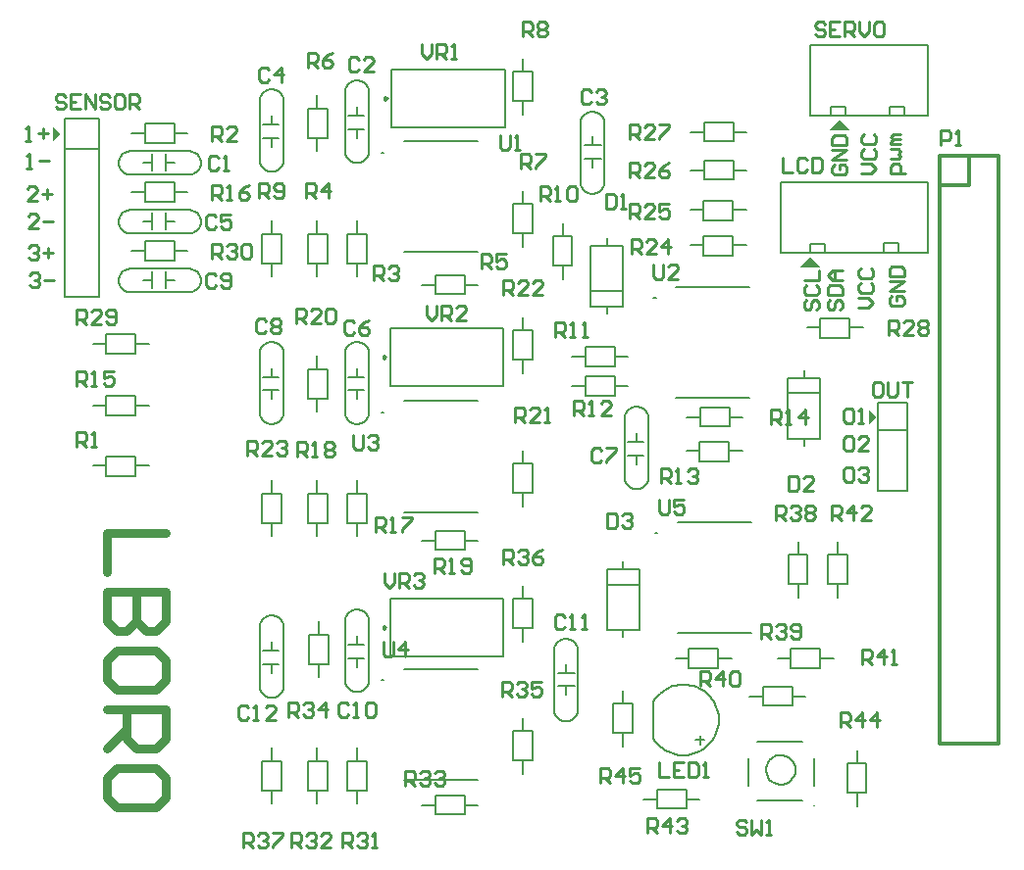
<source format=gto>
G04*
G04 #@! TF.GenerationSoftware,Altium Limited,Altium Designer,23.3.1 (30)*
G04*
G04 Layer_Color=65535*
%FSTAX25Y25*%
%MOIN*%
G70*
G04*
G04 #@! TF.SameCoordinates,9A05AFE5-7EB6-4EC5-A0C1-68252A558CAD*
G04*
G04*
G04 #@! TF.FilePolarity,Positive*
G04*
G01*
G75*
%ADD10C,0.00700*%
%ADD11C,0.00787*%
%ADD12C,0.00600*%
%ADD13C,0.00984*%
%ADD14C,0.00500*%
%ADD15C,0.01200*%
%ADD16C,0.01000*%
%ADD17C,0.03000*%
G36*
X00161Y02509D02*
X00136Y02534D01*
Y02484D01*
X00161Y02509D01*
D02*
G37*
G36*
X026745Y020555D02*
X027455D01*
X027105Y020905D01*
Y020915D01*
X026745Y020555D01*
D02*
G37*
G36*
X02934Y01545D02*
X02909Y0157D01*
Y0152D01*
X02934Y01545D01*
D02*
G37*
G36*
X027745Y025205D02*
X028455D01*
X028105Y025555D01*
Y025565D01*
X027745Y025205D01*
D02*
G37*
D10*
X0208Y0134D02*
X0208116Y0133043D01*
X0208458Y0132141D01*
X0209006Y0131348D01*
X0209728Y0130708D01*
X0210582Y013026D01*
X0211518Y0130029D01*
X0212482D01*
X0213418Y013026D01*
X0214272Y0130708D01*
X0214994Y0131348D01*
X0215542Y0132141D01*
X0215884Y0133043D01*
X0216Y0134D01*
Y0154D02*
X0215884Y0154957D01*
X0215542Y0155859D01*
X0214994Y0156652D01*
X0214272Y0157292D01*
X0213418Y015774D01*
X0212482Y0157971D01*
X0211518D01*
X0210582Y015774D01*
X0209728Y0157292D01*
X0209006Y0156652D01*
X0208458Y0155859D01*
X0208116Y0154957D01*
X0208Y0154D01*
X0084Y015615D02*
X0084116Y0155193D01*
X0084458Y0154291D01*
X0085006Y0153498D01*
X0085728Y0152858D01*
X0086582Y015241D01*
X0087518Y0152179D01*
X0088482D01*
X0089418Y015241D01*
X0090272Y0152858D01*
X0090994Y0153498D01*
X0091542Y0154291D01*
X0091884Y0155193D01*
X0092Y015615D01*
Y017615D02*
X0091884Y0177107D01*
X0091542Y0178009D01*
X0090994Y0178803D01*
X0090272Y0179442D01*
X0089418Y017989D01*
X0088482Y0180121D01*
X0087518D01*
X0086582Y017989D01*
X0085728Y0179442D01*
X0085006Y0178803D01*
X0084458Y0178009D01*
X0084116Y0177107D01*
X0084Y017615D01*
X0113Y0065D02*
X0113116Y0064043D01*
X0113458Y0063141D01*
X0114006Y0062348D01*
X0114728Y0061708D01*
X0115582Y006126D01*
X0116518Y0061029D01*
X0117482D01*
X0118418Y006126D01*
X0119272Y0061708D01*
X0119994Y0062348D01*
X0120542Y0063141D01*
X0120884Y0064043D01*
X0121Y0065D01*
Y0085D02*
X0120884Y0085957D01*
X0120542Y0086859D01*
X0119994Y0087652D01*
X0119272Y0088292D01*
X0118418Y008874D01*
X0117482Y0088971D01*
X0116518D01*
X0115582Y008874D01*
X0114728Y0088292D01*
X0114006Y0087652D01*
X0113458Y0086859D01*
X0113116Y0085957D01*
X0113Y0085D01*
X0084Y0063D02*
X0084116Y0062043D01*
X0084458Y0061141D01*
X0085006Y0060347D01*
X0085728Y0059708D01*
X0086582Y005926D01*
X0087518Y0059029D01*
X0088482D01*
X0089418Y005926D01*
X0090272Y0059708D01*
X0090994Y0060347D01*
X0091542Y0061141D01*
X0091884Y0062043D01*
X0092Y0063D01*
Y0083D02*
X0091884Y0083957D01*
X0091542Y0084859D01*
X0090994Y0085653D01*
X0090272Y0086292D01*
X0089418Y008674D01*
X0088482Y0086971D01*
X0087518D01*
X0086582Y008674D01*
X0085728Y0086292D01*
X0085006Y0085653D01*
X0084458Y0084859D01*
X0084116Y0083957D01*
X0084Y0083D01*
X0217649Y0045429D02*
X0218188Y0044592D01*
X0218795Y0043802D01*
X0219465Y0043065D01*
X0220193Y0042386D01*
X0220976Y004177D01*
X0221807Y0041222D01*
X022268Y0040744D01*
X022359Y0040339D01*
X0224531Y0040012D01*
X0225495Y0039764D01*
X0226477Y0039597D01*
X0227469Y0039512D01*
X0228465Y0039509D01*
X0229458Y0039589D01*
X023044Y0039751D01*
X0231406Y0039994D01*
X0232348Y0040315D01*
X023326Y0040714D01*
X0234137Y0041188D01*
X023497Y0041732D01*
X0235756Y0042344D01*
X0236489Y0043018D01*
X0237163Y0043751D01*
X0237774Y0044538D01*
X0238317Y0045372D01*
X023879Y0046249D01*
X0239188Y0047161D01*
X0239509Y0048104D01*
X0239751Y004907D01*
X0239912Y0050052D01*
X0239991Y0051045D01*
X0239988Y0052041D01*
X0239902Y0053033D01*
X0239734Y0054014D01*
X0239485Y0054979D01*
X0239157Y0055919D01*
X0238752Y0056829D01*
X0238273Y0057702D01*
X0237723Y0058532D01*
X0237107Y0059314D01*
X0236428Y0060042D01*
X023569Y0060712D01*
X02349Y0061318D01*
X0234062Y0061856D01*
X0233183Y0062323D01*
X0232268Y0062715D01*
X0231323Y0063031D01*
X0230356Y0063266D01*
X0229372Y0063421D01*
X0228379Y0063494D01*
X0227383Y0063484D01*
X0226392Y0063392D01*
X0225411Y0063217D01*
X0224449Y0062962D01*
X022351Y0062629D01*
X0222603Y0062218D01*
X0221733Y0061734D01*
X0220906Y0061179D01*
X0220128Y0060557D01*
X0219404Y0059873D01*
X021874Y0059132D01*
X0218139Y0058338D01*
X0217606Y0057497D01*
X0201Y02545D02*
X0200884Y0255457D01*
X0200542Y0256359D01*
X0199994Y0257153D01*
X0199272Y0257792D01*
X0198418Y025824D01*
X0197482Y0258471D01*
X0196518D01*
X0195582Y025824D01*
X0194728Y0257792D01*
X0194006Y0257153D01*
X0193458Y0256359D01*
X0193116Y0255457D01*
X0193Y02545D01*
Y02345D02*
X0193116Y0233543D01*
X0193458Y0232641D01*
X0194006Y0231848D01*
X0194728Y0231208D01*
X0195582Y023076D01*
X0196518Y0230529D01*
X0197482D01*
X0198418Y023076D01*
X0199272Y0231208D01*
X0199994Y0231848D01*
X0200542Y0232641D01*
X0200884Y0233543D01*
X0201Y02345D01*
X0113Y0245D02*
X0113116Y0244043D01*
X0113458Y0243141D01*
X0114006Y0242348D01*
X0114728Y0241708D01*
X0115582Y024126D01*
X0116518Y0241029D01*
X0117482D01*
X0118418Y024126D01*
X0119272Y0241708D01*
X0119994Y0242348D01*
X0120542Y0243141D01*
X0120884Y0244043D01*
X0121Y0245D01*
Y0265D02*
X0120884Y0265957D01*
X0120542Y0266859D01*
X0119994Y0267653D01*
X0119272Y0268292D01*
X0118418Y026874D01*
X0117482Y0268971D01*
X0116518D01*
X0115582Y026874D01*
X0114728Y0268292D01*
X0114006Y0267653D01*
X0113458Y0266859D01*
X0113116Y0265957D01*
X0113Y0265D01*
X0084Y0242D02*
X0084116Y0241043D01*
X0084458Y0240141D01*
X0085006Y0239348D01*
X0085728Y0238708D01*
X0086582Y023826D01*
X0087518Y0238029D01*
X0088482D01*
X0089418Y023826D01*
X0090272Y0238708D01*
X0090994Y0239348D01*
X0091542Y0240141D01*
X0091884Y0241043D01*
X0092Y0242D01*
Y0262D02*
X0091884Y0262957D01*
X0091542Y0263859D01*
X0090994Y0264652D01*
X0090272Y0265292D01*
X0089418Y026574D01*
X0088482Y0265971D01*
X0087518D01*
X0086582Y026574D01*
X0085728Y0265292D01*
X0085006Y0264652D01*
X0084458Y0263859D01*
X0084116Y0262957D01*
X0084Y0262D01*
X0121Y017615D02*
X0120884Y0177107D01*
X0120542Y0178009D01*
X0119994Y0178803D01*
X0119272Y0179442D01*
X0118418Y017989D01*
X0117482Y0180121D01*
X0116518D01*
X0115582Y017989D01*
X0114728Y0179442D01*
X0114006Y0178803D01*
X0113458Y0178009D01*
X0113116Y0177107D01*
X0113Y017615D01*
Y015615D02*
X0113116Y0155193D01*
X0113458Y0154291D01*
X0114006Y0153498D01*
X0114728Y0152858D01*
X0115582Y015241D01*
X0116518Y0152179D01*
X0117482D01*
X0118418Y015241D01*
X0119272Y0152858D01*
X0119994Y0153498D01*
X0120542Y0154291D01*
X0120884Y0155193D01*
X0121Y015615D01*
X006Y0197D02*
X0060957Y0197116D01*
X0061859Y0197458D01*
X0062652Y0198006D01*
X0063292Y0198728D01*
X006374Y0199582D01*
X0063971Y0200518D01*
Y0201482D01*
X006374Y0202418D01*
X0063292Y0203272D01*
X0062652Y0203994D01*
X0061859Y0204542D01*
X0060957Y0204884D01*
X006Y0205D01*
X004D02*
X0039043Y0204884D01*
X0038141Y0204542D01*
X0037347Y0203994D01*
X0036708Y0203272D01*
X003626Y0202418D01*
X0036029Y0201482D01*
Y0200518D01*
X003626Y0199582D01*
X0036708Y0198728D01*
X0037347Y0198006D01*
X0038141Y0197458D01*
X0039043Y0197116D01*
X004Y0197D01*
X006Y0217D02*
X0060957Y0217116D01*
X0061859Y0217458D01*
X0062652Y0218006D01*
X0063292Y0218728D01*
X006374Y0219582D01*
X0063971Y0220518D01*
Y0221482D01*
X006374Y0222418D01*
X0063292Y0223272D01*
X0062652Y0223994D01*
X0061859Y0224542D01*
X0060957Y0224884D01*
X006Y0225D01*
X004D02*
X0039043Y0224884D01*
X0038141Y0224542D01*
X0037347Y0223994D01*
X0036708Y0223272D01*
X003626Y0222418D01*
X0036029Y0221482D01*
Y0220518D01*
X003626Y0219582D01*
X0036708Y0218728D01*
X0037347Y0218006D01*
X0038141Y0217458D01*
X0039043Y0217116D01*
X004Y0217D01*
X006Y0237D02*
X0060957Y0237116D01*
X0061859Y0237458D01*
X0062652Y0238006D01*
X0063292Y0238728D01*
X006374Y0239582D01*
X0063971Y0240518D01*
Y0241482D01*
X006374Y0242418D01*
X0063292Y0243272D01*
X0062652Y0243994D01*
X0061859Y0244542D01*
X0060957Y0244884D01*
X006Y0245D01*
X004D02*
X0039043Y0244884D01*
X0038141Y0244542D01*
X0037347Y0243994D01*
X0036708Y0243272D01*
X003626Y0242418D01*
X0036029Y0241482D01*
Y0240518D01*
X003626Y0239582D01*
X0036708Y0238728D01*
X0037347Y0238006D01*
X0038141Y0237458D01*
X0039043Y0237116D01*
X004Y0237D01*
X0184Y0055D02*
X0184116Y0054043D01*
X0184458Y0053141D01*
X0185006Y0052347D01*
X0185728Y0051708D01*
X0186582Y005126D01*
X0187518Y0051029D01*
X0188482D01*
X0189418Y005126D01*
X0190272Y0051708D01*
X0190994Y0052347D01*
X0191542Y0053141D01*
X0191884Y0054043D01*
X0192Y0055D01*
Y0075D02*
X0191884Y0075957D01*
X0191542Y0076859D01*
X0190994Y0077653D01*
X0190272Y0078292D01*
X0189418Y007874D01*
X0188482Y0078971D01*
X0187518D01*
X0186582Y007874D01*
X0185728Y0078292D01*
X0185006Y0077653D01*
X0184458Y0076859D01*
X0184116Y0075957D01*
X0184Y0075D01*
X03031Y0257D02*
Y026D01*
X02981D02*
X03031D01*
X02981Y0257D02*
Y026D01*
X02832Y02571D02*
Y02601D01*
X02782D02*
X02832D01*
X02782Y02571D02*
Y02601D01*
X0311Y0267D02*
Y0281D01*
X0271Y0257D02*
Y0281D01*
Y0257D02*
X0311D01*
Y0267D01*
X0271Y0281D02*
X0311D01*
X0208Y0134D02*
Y0154D01*
X0216Y0134D02*
Y0154D01*
X0209Y01415D02*
X02145D01*
X0209Y0146D02*
X02145D01*
X0212Y01385D02*
Y01415D01*
Y0146D02*
Y0149D01*
X01735Y01695D02*
Y01742D01*
X01767D02*
Y01842D01*
X01701Y01742D02*
Y01842D01*
X01767D01*
X01701Y01742D02*
X01767D01*
X01735Y01845D02*
Y01885D01*
X0088Y012845D02*
Y013315D01*
X00848Y011845D02*
Y012845D01*
X00914Y011845D02*
Y012845D01*
X00848Y011845D02*
X00914D01*
X00848Y012845D02*
X00914D01*
X0088Y011415D02*
Y011815D01*
X0084Y015615D02*
Y017615D01*
X0092Y015615D02*
Y017615D01*
X0085Y016365D02*
X00905D01*
X0085Y016815D02*
X00905D01*
X0088Y016065D02*
Y016365D01*
Y016815D02*
Y017115D01*
X01035Y01708D02*
Y01755D01*
X01003Y01608D02*
Y01708D01*
X01069Y01608D02*
Y01708D01*
X01003Y01608D02*
X01069D01*
X01003Y01708D02*
X01069D01*
X01035Y01565D02*
Y01605D01*
Y00373D02*
Y0042D01*
X01003Y00273D02*
Y00373D01*
X01069Y00273D02*
Y00373D01*
X01003Y00273D02*
X01069D01*
X01003Y00373D02*
X01069D01*
X01035Y0023D02*
Y0027D01*
X0088Y00373D02*
Y0042D01*
X00848Y00273D02*
Y00373D01*
X00914Y00273D02*
Y00373D01*
X00848Y00273D02*
X00914D01*
X00848Y00373D02*
X00914D01*
X0088Y0023D02*
Y0027D01*
X0113Y0065D02*
Y0085D01*
X0121Y0065D02*
Y0085D01*
X0114Y00725D02*
X01195D01*
X0114Y0077D02*
X01195D01*
X0117Y00695D02*
Y00725D01*
Y0077D02*
Y008D01*
X0084Y0063D02*
Y0083D01*
X0092Y0063D02*
Y0083D01*
X0085Y00705D02*
X00905D01*
X0085Y0075D02*
X00905D01*
X0088Y00675D02*
Y00705D01*
Y0075D02*
Y0078D01*
X0104Y00803D02*
Y0085D01*
X01008Y00703D02*
Y00803D01*
X01074Y00703D02*
Y00803D01*
X01008Y00703D02*
X01074D01*
X01008Y00803D02*
X01074D01*
X0104Y0066D02*
Y007D01*
X01735Y0078D02*
Y00827D01*
X01767D02*
Y00927D01*
X01701Y00827D02*
Y00927D01*
X01767D01*
X01701Y00827D02*
X01767D01*
X01735Y0093D02*
Y0097D01*
Y0033D02*
Y00377D01*
X01767D02*
Y00477D01*
X01701Y00377D02*
Y00477D01*
X01767D01*
X01701Y00377D02*
X01767D01*
X01735Y0048D02*
Y0052D01*
X025037Y00595D02*
X025507D01*
Y00563D02*
X026507D01*
X025507Y00629D02*
X026507D01*
Y00563D02*
Y00629D01*
X025507Y00563D02*
Y00629D01*
X026537Y00595D02*
X026937D01*
X023967Y00725D02*
X024437D01*
X022967Y00757D02*
X023967D01*
X022967Y00691D02*
X023967D01*
X022967D02*
Y00757D01*
X023967Y00691D02*
Y00757D01*
X022537Y00725D02*
X022937D01*
X02075Y00425D02*
Y00472D01*
X02107D02*
Y00572D01*
X02041Y00472D02*
Y00572D01*
X02107D01*
X02041Y00472D02*
X02107D01*
X02075Y00575D02*
Y00615D01*
X02145Y00245D02*
X02192D01*
Y00213D02*
X02292D01*
X02192Y00279D02*
X02292D01*
Y00213D02*
Y00279D01*
X02192Y00213D02*
Y00279D01*
X02295Y00245D02*
X02335D01*
X02176Y00455D02*
Y00574D01*
X02321Y00447D02*
X02351D01*
X02336Y00432D02*
Y0046D01*
X02724Y00225D02*
X02725Y00226D01*
X0287Y0022D02*
Y00267D01*
X02902D02*
Y00367D01*
X02836Y00267D02*
Y00367D01*
X02902D01*
X02836Y00267D02*
X02902D01*
X0287Y0037D02*
Y0041D01*
X0267Y0093D02*
Y00977D01*
X02702D02*
Y01077D01*
X02636Y00977D02*
Y01077D01*
X02702D01*
X02636Y00977D02*
X02702D01*
X0267Y0108D02*
Y0112D01*
X02805Y0093D02*
Y00977D01*
X02837D02*
Y01077D01*
X02771Y00977D02*
Y01077D01*
X02837D01*
X02771Y00977D02*
X02837D01*
X02805Y0108D02*
Y0112D01*
X0294Y01295D02*
Y01595D01*
X0304D01*
Y01295D02*
Y01595D01*
X0294Y01295D02*
X0304D01*
X0294Y015D02*
X03039D01*
X02305Y02515D02*
X02352D01*
Y02483D02*
X02452D01*
X02352Y02549D02*
X02452D01*
Y02483D02*
Y02549D01*
X02352Y02483D02*
Y02549D01*
X02455Y02515D02*
X02495D01*
X02305Y02385D02*
X02352D01*
Y02353D02*
X02452D01*
X02352Y02419D02*
X02452D01*
Y02353D02*
Y02419D01*
X02352Y02353D02*
Y02419D01*
X02455Y02385D02*
X02495D01*
X02448Y0225D02*
X02495D01*
X02348Y02282D02*
X02448D01*
X02348Y02216D02*
X02448D01*
X02348D02*
Y02282D01*
X02448Y02216D02*
Y02282D01*
X02305Y0225D02*
X02345D01*
X02448Y0213D02*
X02495D01*
X02348Y02162D02*
X02448D01*
X02348Y02096D02*
X02448D01*
X02348D02*
Y02162D01*
X02448Y02096D02*
Y02162D01*
X02305Y0213D02*
X02345D01*
X0201Y02345D02*
Y02545D01*
X0193Y02345D02*
Y02545D01*
X01945Y0247D02*
X02D01*
X01945Y02425D02*
X02D01*
X0197Y0247D02*
Y025D01*
Y02395D02*
Y02425D01*
X0187Y02015D02*
Y02062D01*
X01902D02*
Y02162D01*
X01836Y02062D02*
Y02162D01*
X01902D01*
X01836Y02062D02*
X01902D01*
X0187Y02165D02*
Y02205D01*
X01735Y02125D02*
Y02172D01*
X01767D02*
Y02272D01*
X01701Y02172D02*
Y02272D01*
X01767D01*
X01701Y02172D02*
X01767D01*
X01735Y02275D02*
Y02315D01*
X0088Y02168D02*
Y02215D01*
X00848Y02068D02*
Y02168D01*
X00914Y02068D02*
Y02168D01*
X00848Y02068D02*
X00914D01*
X00848Y02168D02*
X00914D01*
X0088Y02025D02*
Y02065D01*
X01735Y02575D02*
Y02622D01*
X01767D02*
Y02722D01*
X01701Y02622D02*
Y02722D01*
X01767D01*
X01701Y02622D02*
X01767D01*
X01735Y02725D02*
Y02765D01*
X0113Y0245D02*
Y0265D01*
X0121Y0245D02*
Y0265D01*
X0114Y02525D02*
X01195D01*
X0114Y0257D02*
X01195D01*
X0117Y02495D02*
Y02525D01*
Y0257D02*
Y026D01*
X0084Y0242D02*
Y0262D01*
X0092Y0242D02*
Y0262D01*
X0085Y02495D02*
X00905D01*
X0085Y0254D02*
X00905D01*
X0088Y02465D02*
Y02495D01*
Y0254D02*
Y0257D01*
X0301Y02107D02*
Y02137D01*
X0296D02*
X0301D01*
X0296Y02107D02*
Y02137D01*
X02762Y02105D02*
Y02135D01*
X02712D02*
X02762D01*
X02712Y02105D02*
Y02135D01*
X0261Y02345D02*
X0311D01*
Y02105D02*
Y02205D01*
X0261Y02105D02*
X0311D01*
X0261D02*
Y02345D01*
X0311Y02205D02*
Y02345D01*
X027Y0185D02*
X0274D01*
X02843Y01816D02*
Y01882D01*
X02743Y01816D02*
Y01882D01*
Y01816D02*
X02843D01*
X02743Y01882D02*
X02843D01*
Y0185D02*
X0289D01*
X00275Y0138D02*
X00315D01*
X00418Y01346D02*
Y01412D01*
X00318Y01346D02*
Y01412D01*
Y01346D02*
X00418D01*
X00318Y01412D02*
X00418D01*
Y0138D02*
X00465D01*
X00178Y02459D02*
X00291D01*
X00293Y01954D02*
Y0256D01*
X00178Y01954D02*
Y0256D01*
X00293D01*
X00178Y01954D02*
X00293D01*
X0117Y0023D02*
Y0027D01*
X01138Y00373D02*
X01204D01*
X01138Y00273D02*
X01204D01*
Y00373D01*
X01138Y00273D02*
Y00373D01*
X0117D02*
Y0042D01*
X0229Y0143D02*
X0233D01*
X02433Y01396D02*
Y01462D01*
X02333Y01396D02*
Y01462D01*
Y01396D02*
X02433D01*
X02333Y01462D02*
X02433D01*
Y0143D02*
X0248D01*
X01035Y011415D02*
Y011815D01*
X01003Y012845D02*
X01069D01*
X01003Y011845D02*
X01069D01*
Y012845D01*
X01003Y011845D02*
Y012845D01*
X01035D02*
Y013315D01*
X015413Y01125D02*
X015813D01*
X014383Y01093D02*
Y01159D01*
X015383Y01093D02*
Y01159D01*
X014383D02*
X015383D01*
X014383Y01093D02*
X015383D01*
X013913Y01125D02*
X014383D01*
X0244Y01545D02*
X0248D01*
X02337Y01513D02*
Y01579D01*
X02437Y01513D02*
Y01579D01*
X02337D02*
X02437D01*
X02337Y01513D02*
X02437D01*
X0229Y01545D02*
X02337D01*
X0205Y0165D02*
X0209D01*
X01947Y01618D02*
Y01684D01*
X02047Y01618D02*
Y01684D01*
X01947D02*
X02047D01*
X01947Y01618D02*
X02047D01*
X019Y0165D02*
X01947D01*
X0205Y0175D02*
X0209D01*
X01947Y01718D02*
Y01784D01*
X02047Y01718D02*
Y01784D01*
X01947D02*
X02047D01*
X01947Y01718D02*
X02047D01*
X019Y0175D02*
X01947D01*
X0117Y011415D02*
Y011815D01*
X01138Y012845D02*
X01204D01*
X01138Y011845D02*
X01204D01*
Y012845D01*
X01138Y011845D02*
Y012845D01*
X0117D02*
Y013315D01*
Y016815D02*
Y017115D01*
Y016065D02*
Y016365D01*
X0114Y016815D02*
X01195D01*
X0114Y016365D02*
X01195D01*
X0121Y015615D02*
Y017615D01*
X0113Y015615D02*
Y017615D01*
X01035Y0245D02*
Y0249D01*
X01003Y02593D02*
X01069D01*
X01003Y02493D02*
X01069D01*
Y02593D01*
X01003Y02493D02*
Y02593D01*
X01035D02*
Y0264D01*
X015413Y01995D02*
X015813D01*
X014383Y01963D02*
Y02029D01*
X015383Y01963D02*
Y02029D01*
X014383D02*
X015383D01*
X014383Y01963D02*
X015383D01*
X013913Y01995D02*
X014383D01*
X01035Y02025D02*
Y02065D01*
X01003Y02168D02*
X01069D01*
X01003Y02068D02*
X01069D01*
Y02168D01*
X01003Y02068D02*
Y02168D01*
X01035D02*
Y02215D01*
X0117Y02025D02*
Y02065D01*
X01138Y02168D02*
X01204D01*
X01138Y02068D02*
X01204D01*
Y02168D01*
X01138Y02068D02*
Y02168D01*
X0117D02*
Y02215D01*
X0052Y0201D02*
X0055D01*
X00445D02*
X00475D01*
X0052Y01985D02*
Y0204D01*
X00475Y01985D02*
Y0204D01*
X004Y0197D02*
X006D01*
X004Y0205D02*
X006D01*
X0052Y0221D02*
X0055D01*
X00445D02*
X00475D01*
X0052Y02185D02*
Y0224D01*
X00475Y02185D02*
Y0224D01*
X004Y0217D02*
X006D01*
X004Y0225D02*
X006D01*
X00555Y0211D02*
X00595D01*
X00452Y02078D02*
Y02144D01*
X00552Y02078D02*
Y02144D01*
X00452D02*
X00552D01*
X00452Y02078D02*
X00552D01*
X00405Y0211D02*
X00452D01*
X00555Y0231D02*
X00595D01*
X00452Y02278D02*
Y02344D01*
X00552Y02278D02*
Y02344D01*
X00452D02*
X00552D01*
X00452Y02278D02*
X00552D01*
X00405Y0231D02*
X00452D01*
X0052Y0241D02*
X0055D01*
X00445D02*
X00475D01*
X0052Y02385D02*
Y0244D01*
X00475Y02385D02*
Y0244D01*
X004Y0237D02*
X006D01*
X004Y0245D02*
X006D01*
X00555Y0251D02*
X00595D01*
X00452Y02478D02*
Y02544D01*
X00552Y02478D02*
Y02544D01*
X00452D02*
X00552D01*
X00452Y02478D02*
X00552D01*
X00405Y0251D02*
X00452D01*
X01735Y013915D02*
Y014315D01*
X01701Y012885D02*
X01767D01*
X01701Y013885D02*
X01767D01*
X01701Y012885D02*
Y013885D01*
X01767Y012885D02*
Y013885D01*
X01735Y012415D02*
Y012885D01*
X00275Y01585D02*
X00315D01*
X00418Y01551D02*
Y01617D01*
X00318Y01551D02*
Y01617D01*
Y01551D02*
X00418D01*
X00318Y01617D02*
X00418D01*
Y01585D02*
X00465D01*
X0188Y006D02*
Y0063D01*
Y00675D02*
Y00705D01*
X01855Y0063D02*
X0191D01*
X01855Y00675D02*
X0191D01*
X0184Y0055D02*
Y0075D01*
X0192Y0055D02*
Y0075D01*
X015413Y00225D02*
X015813D01*
X014383Y00193D02*
Y00259D01*
X015383Y00193D02*
Y00259D01*
X014383D02*
X015383D01*
X014383Y00193D02*
X015383D01*
X013913Y00225D02*
X014383D01*
X00275Y01795D02*
X00315D01*
X00418Y01761D02*
Y01827D01*
X00318Y01761D02*
Y01827D01*
Y01761D02*
X00418D01*
X00318Y01827D02*
X00418D01*
Y01795D02*
X00465D01*
X026Y00725D02*
X0264D01*
X02743Y00691D02*
Y00757D01*
X02643Y00691D02*
Y00757D01*
Y00691D02*
X02743D01*
X02643Y00757D02*
X02743D01*
Y00725D02*
X0279D01*
D11*
X0219071Y0115D02*
X0218284D01*
X0219071D01*
X0218571Y0195D02*
X0217783D01*
X0218571D01*
X0126071Y0065D02*
X0125284D01*
X0126071D01*
Y015615D02*
X0125284D01*
X0126071D01*
Y02445D02*
X0125284D01*
X0126071D01*
X0263764Y0162618D02*
X0274236D01*
X0269Y0144646D02*
Y0147264D01*
Y0167736D02*
Y0170354D01*
X0263488Y0167736D02*
X0274512D01*
X0263488Y0147264D02*
Y0167736D01*
Y0147264D02*
X0274512D01*
Y0167736D01*
X0196764Y0197362D02*
X0207236D01*
X0202Y0212717D02*
Y0215335D01*
Y0189626D02*
Y0192244D01*
X0196488D02*
X0207512D01*
Y0212717D01*
X0196488D02*
X0207512D01*
X0196488Y0192244D02*
Y0212717D01*
X0167252Y0253256D02*
Y0272783D01*
X0128748Y0253256D02*
X0167252D01*
X0128748D02*
Y0272783D01*
X0167252D01*
X0128248Y0092783D02*
X0166752D01*
X0128248Y0073256D02*
Y0092783D01*
Y0073256D02*
X0166752D01*
Y0092783D01*
X0128248Y0184783D02*
X0166752D01*
X0128248Y0165256D02*
Y0184783D01*
Y0165256D02*
X0166752D01*
Y0184783D01*
X0213012Y0082244D02*
Y0102717D01*
X0201988Y0082244D02*
X0213012D01*
X0201988D02*
Y0102717D01*
X0213012D01*
X02075D02*
Y0105335D01*
Y0079626D02*
Y0082244D01*
X0202264Y0097598D02*
X0212736D01*
D12*
X0266Y00345D02*
X0265898Y0035506D01*
X0265595Y0036472D01*
X0265104Y0037356D01*
X0264445Y0038124D01*
X0263645Y0038743D01*
X0262737Y0039189D01*
X0261757Y0039442D01*
X0260747Y0039494D01*
X0259747Y003934D01*
X0258798Y0038989D01*
X025794Y0038454D01*
X0257206Y0037757D01*
X0256628Y0036926D01*
X0256229Y0035997D01*
X0256026Y0035006D01*
Y0033994D01*
X0256229Y0033003D01*
X0256628Y0032074D01*
X0257206Y0031243D01*
X025794Y0030546D01*
X0258798Y0030011D01*
X0259747Y002966D01*
X0260747Y0029506D01*
X0261757Y0029558D01*
X0262737Y0029811D01*
X0263645Y0030257D01*
X0264445Y0030876D01*
X0265104Y0031644D01*
X0265595Y0032528D01*
X0265898Y0033494D01*
X0266Y00345D01*
X025Y0029D02*
Y00385D01*
X02531Y0024D02*
X02685D01*
X02725Y0029D02*
Y00385D01*
X0253Y0044D02*
X02685D01*
D13*
X0127232Y0263D02*
X0126494Y0263426D01*
Y0262574D01*
X0127232Y0263D01*
X0126732Y0083D02*
X0125994Y0083426D01*
Y0082574D01*
X0126732Y0083D01*
Y0175D02*
X0125994Y0175426D01*
Y0174574D01*
X0126732Y0175D01*
D14*
X0226Y0118878D02*
X0251D01*
X0226Y0081122D02*
X0251D01*
X02255Y0198878D02*
X02505D01*
X02255Y0161122D02*
X02505D01*
X0133Y0031122D02*
X0158D01*
X0133Y0068878D02*
X0158D01*
X0133Y0122272D02*
X0158D01*
X0133Y0160028D02*
X0158D01*
X0133Y0210622D02*
X0158D01*
X0133Y0248378D02*
X0158D01*
D15*
X0315Y02435D02*
X0335D01*
X0315Y00435D02*
Y02435D01*
Y00435D02*
X0335D01*
Y02435D01*
X0325Y02335D02*
Y02435D01*
X0315Y02335D02*
X0325D01*
D16*
X0284999Y0137498D02*
X0283333D01*
X02825Y0136665D01*
Y0133333D01*
X0283333Y01325D01*
X0284999D01*
X0285832Y0133333D01*
Y0136665D01*
X0284999Y0137498D01*
X0287498Y0136665D02*
X0288331Y0137498D01*
X0289998D01*
X0290831Y0136665D01*
Y0135832D01*
X0289998Y0134999D01*
X0289164D01*
X0289998D01*
X0290831Y0134166D01*
Y0133333D01*
X0289998Y01325D01*
X0288331D01*
X0287498Y0133333D01*
X0284999Y0147998D02*
X0283333D01*
X02825Y0147165D01*
Y0143833D01*
X0283333Y0143D01*
X0284999D01*
X0285832Y0143833D01*
Y0147165D01*
X0284999Y0147998D01*
X0290831Y0143D02*
X0287498D01*
X0290831Y0146332D01*
Y0147165D01*
X0289998Y0147998D01*
X0288331D01*
X0287498Y0147165D01*
X0284999Y0157498D02*
X0283333D01*
X02825Y0156665D01*
Y0153333D01*
X0283333Y01525D01*
X0284999D01*
X0285832Y0153333D01*
Y0156665D01*
X0284999Y0157498D01*
X0287498Y01525D02*
X0289164D01*
X0288331D01*
Y0157498D01*
X0287498Y0156665D01*
X0298855Y019573D02*
X0298022Y0194897D01*
Y0193231D01*
X0298855Y0192398D01*
X0302187D01*
X030302Y0193231D01*
Y0194897D01*
X0302187Y019573D01*
X0300521D01*
Y0194064D01*
X030302Y0197396D02*
X0298022D01*
X030302Y0200729D01*
X0298022D01*
Y0202395D02*
X030302D01*
Y0204894D01*
X0302187Y0205727D01*
X0298855D01*
X0298022Y0204894D01*
Y0202395D01*
X0287522Y0191898D02*
X0290854D01*
X029252Y0193564D01*
X0290854Y019523D01*
X0287522D01*
X0288355Y0200229D02*
X0287522Y0199396D01*
Y0197729D01*
X0288355Y0196896D01*
X0291687D01*
X029252Y0197729D01*
Y0199396D01*
X0291687Y0200229D01*
X0288355Y0205227D02*
X0287522Y0204394D01*
Y0202728D01*
X0288355Y0201895D01*
X0291687D01*
X029252Y0202728D01*
Y0204394D01*
X0291687Y0205227D01*
X0277835Y0194332D02*
X0277002Y0193499D01*
Y0191833D01*
X0277835Y0191D01*
X0278668D01*
X0279501Y0191833D01*
Y0193499D01*
X0280334Y0194332D01*
X0281167D01*
X0282Y0193499D01*
Y0191833D01*
X0281167Y0191D01*
X0277002Y0195998D02*
X0282D01*
Y0198498D01*
X0281167Y0199331D01*
X0277835D01*
X0277002Y0198498D01*
Y0195998D01*
X0282Y0200997D02*
X0278668D01*
X0277002Y0202663D01*
X0278668Y0204329D01*
X0282D01*
X0279501D01*
Y0200997D01*
X0269835Y0194332D02*
X0269002Y0193499D01*
Y0191833D01*
X0269835Y0191D01*
X0270668D01*
X0271501Y0191833D01*
Y0193499D01*
X0272334Y0194332D01*
X0273167D01*
X0274Y0193499D01*
Y0191833D01*
X0273167Y0191D01*
X0269835Y0199331D02*
X0269002Y0198498D01*
Y0196831D01*
X0269835Y0195998D01*
X0273167D01*
X0274Y0196831D01*
Y0198498D01*
X0273167Y0199331D01*
X0269002Y0200997D02*
X0274D01*
Y0204329D01*
X030352Y0237398D02*
X0298522D01*
Y0239897D01*
X0299355Y024073D01*
X0301021D01*
X0301854Y0239897D01*
Y0237398D01*
X0298522Y0242396D02*
X0301021D01*
X0301854Y0243229D01*
X0301021Y0244062D01*
X0301854Y0244896D01*
X0301021Y0245729D01*
X0298522D01*
X0301854Y0247395D02*
X0298522D01*
Y0248228D01*
X0299355Y0249061D01*
X0301854D01*
X0299355D01*
X0298522Y0249894D01*
X0299355Y0250727D01*
X0301854D01*
X0288522Y0237398D02*
X0291854D01*
X029352Y0239064D01*
X0291854Y024073D01*
X0288522D01*
X0289355Y0245729D02*
X0288522Y0244896D01*
Y0243229D01*
X0289355Y0242396D01*
X0292687D01*
X029352Y0243229D01*
Y0244896D01*
X0292687Y0245729D01*
X0289355Y0250727D02*
X0288522Y0249894D01*
Y0248228D01*
X0289355Y0247395D01*
X0292687D01*
X029352Y0248228D01*
Y0249894D01*
X0292687Y0250727D01*
X0279335Y0240332D02*
X0278502Y0239499D01*
Y0237833D01*
X0279335Y0237D01*
X0282667D01*
X02835Y0237833D01*
Y0239499D01*
X0282667Y0240332D01*
X0281001D01*
Y0238666D01*
X02835Y0241998D02*
X0278502D01*
X02835Y0245331D01*
X0278502D01*
Y0246997D02*
X02835D01*
Y0249496D01*
X0282667Y0250329D01*
X0279335D01*
X0278502Y0249496D01*
Y0246997D01*
X00055Y0212165D02*
X0006333Y0212998D01*
X0007999D01*
X0008832Y0212165D01*
Y0211332D01*
X0007999Y0210499D01*
X0007166D01*
X0007999D01*
X0008832Y0209666D01*
Y0208833D01*
X0007999Y0208D01*
X0006333D01*
X00055Y0208833D01*
X0010498Y0210499D02*
X0013831D01*
X0012165Y0212165D02*
Y0208833D01*
X0005822Y0202881D02*
X0006655Y0203714D01*
X0008321D01*
X0009155Y0202881D01*
Y0202048D01*
X0008321Y0201215D01*
X0007489D01*
X0008321D01*
X0009155Y0200382D01*
Y0199549D01*
X0008321Y0198716D01*
X0006655D01*
X0005822Y0199549D01*
X0010821Y0201215D02*
X0014153D01*
X0008332Y0228D02*
X0005D01*
X0008332Y0231332D01*
Y0232165D01*
X0007499Y0232998D01*
X0005833D01*
X0005Y0232165D01*
X0009998Y0230499D02*
X0013331D01*
X0011665Y0232165D02*
Y0228833D01*
X0008655Y0218716D02*
X0005322D01*
X0008655Y0222048D01*
Y0222881D01*
X0007822Y0223714D01*
X0006155D01*
X0005322Y0222881D01*
X0010321Y0221215D02*
X0013653D01*
X0004822Y0239216D02*
X0006488D01*
X0005655D01*
Y0244214D01*
X0004822Y0243381D01*
X0008988Y0241715D02*
X001232D01*
X00045Y02485D02*
X0006166D01*
X0005333D01*
Y0253498D01*
X00045Y0252665D01*
X0008665Y0250999D02*
X0011998D01*
X0010331Y0252665D02*
Y0249333D01*
X0276169Y0288166D02*
X0275336Y0288999D01*
X027367D01*
X0272837Y0288166D01*
Y0287333D01*
X027367Y02865D01*
X0275336D01*
X0276169Y0285667D01*
Y0284834D01*
X0275336Y0284001D01*
X027367D01*
X0272837Y0284834D01*
X0281168Y0288999D02*
X0277835D01*
Y0284001D01*
X0281168D01*
X0277835Y02865D02*
X0279502D01*
X0282834Y0284001D02*
Y0288999D01*
X0285333D01*
X0286166Y0288166D01*
Y02865D01*
X0285333Y0285667D01*
X0282834D01*
X02845D02*
X0286166Y0284001D01*
X0287832Y0288999D02*
Y0285667D01*
X0289498Y0284001D01*
X0291164Y0285667D01*
Y0288999D01*
X029533D02*
X0293664D01*
X0292831Y0288166D01*
Y0284834D01*
X0293664Y0284001D01*
X029533D01*
X0296163Y0284834D01*
Y0288166D01*
X029533Y0288999D01*
X02616Y0242798D02*
Y02378D01*
X0264932D01*
X0269931Y0241965D02*
X0269098Y0242798D01*
X0267431D01*
X0266598Y0241965D01*
Y0238633D01*
X0267431Y02378D01*
X0269098D01*
X0269931Y0238633D01*
X0271597Y0242798D02*
Y02378D01*
X0274096D01*
X0274929Y0238633D01*
Y0241965D01*
X0274096Y0242798D01*
X0271597D01*
X0017932Y0263565D02*
X0017099Y0264398D01*
X0015433D01*
X00146Y0263565D01*
Y0262732D01*
X0015433Y0261899D01*
X0017099D01*
X0017932Y0261066D01*
Y0260233D01*
X0017099Y02594D01*
X0015433D01*
X00146Y0260233D01*
X0022931Y0264398D02*
X0019598D01*
Y02594D01*
X0022931D01*
X0019598Y0261899D02*
X0021264D01*
X0024597Y02594D02*
Y0264398D01*
X0027929Y02594D01*
Y0264398D01*
X0032927Y0263565D02*
X0032094Y0264398D01*
X0030428D01*
X0029595Y0263565D01*
Y0262732D01*
X0030428Y0261899D01*
X0032094D01*
X0032927Y0261066D01*
Y0260233D01*
X0032094Y02594D01*
X0030428D01*
X0029595Y0260233D01*
X0037093Y0264398D02*
X0035427D01*
X0034593Y0263565D01*
Y0260233D01*
X0035427Y02594D01*
X0037093D01*
X0037926Y0260233D01*
Y0263565D01*
X0037093Y0264398D01*
X0039592Y02594D02*
Y0264398D01*
X0042091D01*
X0042924Y0263565D01*
Y0261899D01*
X0042091Y0261066D01*
X0039592D01*
X0041258D02*
X0042924Y02594D01*
X01263Y0101598D02*
Y0098266D01*
X0127966Y00966D01*
X0129632Y0098266D01*
Y0101598D01*
X0131298Y00966D02*
Y0101598D01*
X0133798D01*
X0134631Y0100765D01*
Y0099099D01*
X0133798Y0098266D01*
X0131298D01*
X0132965D02*
X0134631Y00966D01*
X0136297Y0100765D02*
X013713Y0101598D01*
X0138796D01*
X0139629Y0100765D01*
Y0099932D01*
X0138796Y0099099D01*
X0137963D01*
X0138796D01*
X0139629Y0098266D01*
Y0097433D01*
X0138796Y00966D01*
X013713D01*
X0136297Y0097433D01*
X0140835Y0192499D02*
Y0189167D01*
X0142502Y0187501D01*
X0144168Y0189167D01*
Y0192499D01*
X0145834Y0187501D02*
Y0192499D01*
X0148333D01*
X0149166Y0191666D01*
Y019D01*
X0148333Y0189167D01*
X0145834D01*
X01475D02*
X0149166Y0187501D01*
X0154165D02*
X0150832D01*
X0154165Y0190833D01*
Y0191666D01*
X0153331Y0192499D01*
X0151665D01*
X0150832Y0191666D01*
X0139169Y0281499D02*
Y0278167D01*
X0140835Y0276501D01*
X0142501Y0278167D01*
Y0281499D01*
X0144167Y0276501D02*
Y0281499D01*
X0146666D01*
X0147499Y0280666D01*
Y0279D01*
X0146666Y0278167D01*
X0144167D01*
X0145833D02*
X0147499Y0276501D01*
X0149165D02*
X0150831D01*
X0149998D01*
Y0281499D01*
X0149165Y0280666D01*
X0219835Y0126499D02*
Y0122334D01*
X0220668Y0121501D01*
X0222334D01*
X0223167Y0122334D01*
Y0126499D01*
X0228165D02*
X0224833D01*
Y0124D01*
X0226499Y0124833D01*
X0227332D01*
X0228165Y0124D01*
Y0122334D01*
X0227332Y0121501D01*
X0225666D01*
X0224833Y0122334D01*
X01259Y0077998D02*
Y0073833D01*
X0126733Y0073D01*
X0128399D01*
X0129232Y0073833D01*
Y0077998D01*
X0133398Y0073D02*
Y0077998D01*
X0130898Y0075499D01*
X0134231D01*
X0115835Y0148499D02*
Y0144334D01*
X0116668Y0143501D01*
X0118334D01*
X0119167Y0144334D01*
Y0148499D01*
X0120833Y0147666D02*
X0121666Y0148499D01*
X0123332D01*
X0124165Y0147666D01*
Y0146833D01*
X0123332Y0146D01*
X0122499D01*
X0123332D01*
X0124165Y0145167D01*
Y0144334D01*
X0123332Y0143501D01*
X0121666D01*
X0120833Y0144334D01*
X0217835Y0206499D02*
Y0202334D01*
X0218668Y0201501D01*
X0220334D01*
X0221167Y0202334D01*
Y0206499D01*
X0226165Y0201501D02*
X0222833D01*
X0226165Y0204833D01*
Y0205666D01*
X0225332Y0206499D01*
X0223666D01*
X0222833Y0205666D01*
X0165668Y0250499D02*
Y0246334D01*
X0166501Y0245501D01*
X0168167D01*
X0169Y0246334D01*
Y0250499D01*
X0170666Y0245501D02*
X0172332D01*
X0171499D01*
Y0250499D01*
X0170666Y0249666D01*
X0249501Y0016666D02*
X0248668Y0017499D01*
X0247002D01*
X0246169Y0016666D01*
Y0015833D01*
X0247002Y0015D01*
X0248668D01*
X0249501Y0014167D01*
Y0013334D01*
X0248668Y0012501D01*
X0247002D01*
X0246169Y0013334D01*
X0251167Y0017499D02*
Y0012501D01*
X0252833Y0014167D01*
X0254499Y0012501D01*
Y0017499D01*
X0256165Y0012501D02*
X0257831D01*
X0256998D01*
Y0017499D01*
X0256165Y0016666D01*
X0199836Y0030001D02*
Y0034999D01*
X0202335D01*
X0203168Y0034166D01*
Y00325D01*
X0202335Y0031667D01*
X0199836D01*
X0201502D02*
X0203168Y0030001D01*
X0207333D02*
Y0034999D01*
X0204834Y00325D01*
X0208166D01*
X0213164Y0034999D02*
X0209832D01*
Y00325D01*
X0211498Y0033333D01*
X0212331D01*
X0213164Y00325D01*
Y0030834D01*
X0212331Y0030001D01*
X0210665D01*
X0209832Y0030834D01*
X0281335Y0049001D02*
Y0053999D01*
X0283835D01*
X0284668Y0053166D01*
Y00515D01*
X0283835Y0050667D01*
X0281335D01*
X0283002D02*
X0284668Y0049001D01*
X0288833D02*
Y0053999D01*
X0286334Y00515D01*
X0289666D01*
X0293831Y0049001D02*
Y0053999D01*
X0291332Y00515D01*
X0294665D01*
X0215835Y0013001D02*
Y0017999D01*
X0218335D01*
X0219168Y0017166D01*
Y00155D01*
X0218335Y0014667D01*
X0215835D01*
X0217502D02*
X0219168Y0013001D01*
X0223333D02*
Y0017999D01*
X0220834Y00155D01*
X0224166D01*
X0225832Y0017166D02*
X0226665Y0017999D01*
X0228331D01*
X0229165Y0017166D01*
Y0016333D01*
X0228331Y00155D01*
X0227498D01*
X0228331D01*
X0229165Y0014667D01*
Y0013834D01*
X0228331Y0013001D01*
X0226665D01*
X0225832Y0013834D01*
X0278335Y0119501D02*
Y0124499D01*
X0280835D01*
X0281668Y0123666D01*
Y0122D01*
X0280835Y0121167D01*
X0278335D01*
X0280002D02*
X0281668Y0119501D01*
X0285833D02*
Y0124499D01*
X0283334Y0122D01*
X0286666D01*
X0291665Y0119501D02*
X0288332D01*
X0291665Y0122833D01*
Y0123666D01*
X0290831Y0124499D01*
X0289165D01*
X0288332Y0123666D01*
X0288669Y0070501D02*
Y0075499D01*
X0291168D01*
X0292001Y0074666D01*
Y0073D01*
X0291168Y0072167D01*
X0288669D01*
X0290335D02*
X0292001Y0070501D01*
X0296166D02*
Y0075499D01*
X0293667Y0073D01*
X0296999D01*
X0298665Y0070501D02*
X0300331D01*
X0299498D01*
Y0075499D01*
X0298665Y0074666D01*
X0233836Y0063001D02*
Y0067999D01*
X0236335D01*
X0237168Y0067166D01*
Y00655D01*
X0236335Y0064667D01*
X0233836D01*
X0235502D02*
X0237168Y0063001D01*
X0241333D02*
Y0067999D01*
X0238834Y00655D01*
X0242166D01*
X0243832Y0067166D02*
X0244665Y0067999D01*
X0246331D01*
X0247165Y0067166D01*
Y0063834D01*
X0246331Y0063001D01*
X0244665D01*
X0243832Y0063834D01*
Y0067166D01*
X02544Y00792D02*
Y0084198D01*
X0256899D01*
X0257732Y0083365D01*
Y0081699D01*
X0256899Y0080866D01*
X02544D01*
X0256066D02*
X0257732Y00792D01*
X0259398Y0083365D02*
X0260231Y0084198D01*
X0261898D01*
X0262731Y0083365D01*
Y0082532D01*
X0261898Y0081699D01*
X0261065D01*
X0261898D01*
X0262731Y0080866D01*
Y0080033D01*
X0261898Y00792D01*
X0260231D01*
X0259398Y0080033D01*
X0264397D02*
X026523Y00792D01*
X0266896D01*
X0267729Y0080033D01*
Y0083365D01*
X0266896Y0084198D01*
X026523D01*
X0264397Y0083365D01*
Y0082532D01*
X026523Y0081699D01*
X0267729D01*
X0259335Y0119501D02*
Y0124499D01*
X0261835D01*
X0262668Y0123666D01*
Y0122D01*
X0261835Y0121167D01*
X0259335D01*
X0261002D02*
X0262668Y0119501D01*
X0264334Y0123666D02*
X0265167Y0124499D01*
X0266833D01*
X0267666Y0123666D01*
Y0122833D01*
X0266833Y0122D01*
X0266D01*
X0266833D01*
X0267666Y0121167D01*
Y0120334D01*
X0266833Y0119501D01*
X0265167D01*
X0264334Y0120334D01*
X0269332Y0123666D02*
X0270165Y0124499D01*
X0271831D01*
X0272664Y0123666D01*
Y0122833D01*
X0271831Y0122D01*
X0272664Y0121167D01*
Y0120334D01*
X0271831Y0119501D01*
X0270165D01*
X0269332Y0120334D01*
Y0121167D01*
X0270165Y0122D01*
X0269332Y0122833D01*
Y0123666D01*
X0270165Y0122D02*
X0271831D01*
X0078335Y0008001D02*
Y0012999D01*
X0080835D01*
X0081668Y0012166D01*
Y00105D01*
X0080835Y0009667D01*
X0078335D01*
X0080002D02*
X0081668Y0008001D01*
X0083334Y0012166D02*
X0084167Y0012999D01*
X0085833D01*
X0086666Y0012166D01*
Y0011333D01*
X0085833Y00105D01*
X0085D01*
X0085833D01*
X0086666Y0009667D01*
Y0008834D01*
X0085833Y0008001D01*
X0084167D01*
X0083334Y0008834D01*
X0088332Y0012999D02*
X0091664D01*
Y0012166D01*
X0088332Y0008834D01*
Y0008001D01*
X0166835Y0104501D02*
Y0109499D01*
X0169335D01*
X0170168Y0108666D01*
Y0107D01*
X0169335Y0106167D01*
X0166835D01*
X0168502D02*
X0170168Y0104501D01*
X0171834Y0108666D02*
X0172667Y0109499D01*
X0174333D01*
X0175166Y0108666D01*
Y0107833D01*
X0174333Y0107D01*
X01735D01*
X0174333D01*
X0175166Y0106167D01*
Y0105334D01*
X0174333Y0104501D01*
X0172667D01*
X0171834Y0105334D01*
X0180165Y0109499D02*
X0178498Y0108666D01*
X0176832Y0107D01*
Y0105334D01*
X0177665Y0104501D01*
X0179331D01*
X0180165Y0105334D01*
Y0106167D01*
X0179331Y0107D01*
X0176832D01*
X0166335Y0059501D02*
Y0064499D01*
X0168835D01*
X0169668Y0063666D01*
Y0062D01*
X0168835Y0061167D01*
X0166335D01*
X0168002D02*
X0169668Y0059501D01*
X0171334Y0063666D02*
X0172167Y0064499D01*
X0173833D01*
X0174666Y0063666D01*
Y0062833D01*
X0173833Y0062D01*
X0173D01*
X0173833D01*
X0174666Y0061167D01*
Y0060334D01*
X0173833Y0059501D01*
X0172167D01*
X0171334Y0060334D01*
X0179665Y0064499D02*
X0176332D01*
Y0062D01*
X0177998Y0062833D01*
X0178831D01*
X0179665Y0062D01*
Y0060334D01*
X0178831Y0059501D01*
X0177165D01*
X0176332Y0060334D01*
X0093836Y0052501D02*
Y0057499D01*
X0096335D01*
X0097168Y0056666D01*
Y0055D01*
X0096335Y0054167D01*
X0093836D01*
X0095502D02*
X0097168Y0052501D01*
X0098834Y0056666D02*
X0099667Y0057499D01*
X0101333D01*
X0102166Y0056666D01*
Y0055833D01*
X0101333Y0055D01*
X01005D01*
X0101333D01*
X0102166Y0054167D01*
Y0053334D01*
X0101333Y0052501D01*
X0099667D01*
X0098834Y0053334D01*
X0106331Y0052501D02*
Y0057499D01*
X0103832Y0055D01*
X0107165D01*
X01335Y00292D02*
Y0034198D01*
X0135999D01*
X0136832Y0033365D01*
Y0031699D01*
X0135999Y0030866D01*
X01335D01*
X0135166D02*
X0136832Y00292D01*
X0138498Y0033365D02*
X0139331Y0034198D01*
X0140998D01*
X0141831Y0033365D01*
Y0032532D01*
X0140998Y0031699D01*
X0140164D01*
X0140998D01*
X0141831Y0030866D01*
Y0030033D01*
X0140998Y00292D01*
X0139331D01*
X0138498Y0030033D01*
X0143497Y0033365D02*
X014433Y0034198D01*
X0145996D01*
X0146829Y0033365D01*
Y0032532D01*
X0145996Y0031699D01*
X0145163D01*
X0145996D01*
X0146829Y0030866D01*
Y0030033D01*
X0145996Y00292D01*
X014433D01*
X0143497Y0030033D01*
X0094836Y0008001D02*
Y0012999D01*
X0097335D01*
X0098168Y0012166D01*
Y00105D01*
X0097335Y0009667D01*
X0094836D01*
X0096502D02*
X0098168Y0008001D01*
X0099834Y0012166D02*
X0100667Y0012999D01*
X0102333D01*
X0103166Y0012166D01*
Y0011333D01*
X0102333Y00105D01*
X01015D01*
X0102333D01*
X0103166Y0009667D01*
Y0008834D01*
X0102333Y0008001D01*
X0100667D01*
X0099834Y0008834D01*
X0108165Y0008001D02*
X0104832D01*
X0108165Y0011333D01*
Y0012166D01*
X0107331Y0012999D01*
X0105665D01*
X0104832Y0012166D01*
X0112169Y0008001D02*
Y0012999D01*
X0114668D01*
X0115501Y0012166D01*
Y00105D01*
X0114668Y0009667D01*
X0112169D01*
X0113835D02*
X0115501Y0008001D01*
X0117167Y0012166D02*
X0118Y0012999D01*
X0119666D01*
X0120499Y0012166D01*
Y0011333D01*
X0119666Y00105D01*
X0118833D01*
X0119666D01*
X0120499Y0009667D01*
Y0008834D01*
X0119666Y0008001D01*
X0118D01*
X0117167Y0008834D01*
X0122165Y0008001D02*
X0123831D01*
X0122998D01*
Y0012999D01*
X0122165Y0012166D01*
X0067835Y0208501D02*
Y0213499D01*
X0070335D01*
X0071168Y0212666D01*
Y0211D01*
X0070335Y0210167D01*
X0067835D01*
X0069502D02*
X0071168Y0208501D01*
X0072834Y0212666D02*
X0073667Y0213499D01*
X0075333D01*
X0076166Y0212666D01*
Y0211833D01*
X0075333Y0211D01*
X00745D01*
X0075333D01*
X0076166Y0210167D01*
Y0209334D01*
X0075333Y0208501D01*
X0073667D01*
X0072834Y0209334D01*
X0077832Y0212666D02*
X0078665Y0213499D01*
X0080331D01*
X0081164Y0212666D01*
Y0209334D01*
X0080331Y0208501D01*
X0078665D01*
X0077832Y0209334D01*
Y0212666D01*
X00218Y01862D02*
Y0191198D01*
X0024299D01*
X0025132Y0190365D01*
Y0188699D01*
X0024299Y0187866D01*
X00218D01*
X0023466D02*
X0025132Y01862D01*
X0030131D02*
X0026798D01*
X0030131Y0189532D01*
Y0190365D01*
X0029298Y0191198D01*
X0027631D01*
X0026798Y0190365D01*
X0031797Y0187033D02*
X003263Y01862D01*
X0034296D01*
X0035129Y0187033D01*
Y0190365D01*
X0034296Y0191198D01*
X003263D01*
X0031797Y0190365D01*
Y0189532D01*
X003263Y0188699D01*
X0035129D01*
X0297835Y0182501D02*
Y0187499D01*
X0300335D01*
X0301168Y0186666D01*
Y0185D01*
X0300335Y0184167D01*
X0297835D01*
X0299502D02*
X0301168Y0182501D01*
X0306166D02*
X0302834D01*
X0306166Y0185833D01*
Y0186666D01*
X0305333Y0187499D01*
X0303667D01*
X0302834Y0186666D01*
X0307832D02*
X0308665Y0187499D01*
X0310331D01*
X0311164Y0186666D01*
Y0185833D01*
X0310331Y0185D01*
X0311164Y0184167D01*
Y0183334D01*
X0310331Y0182501D01*
X0308665D01*
X0307832Y0183334D01*
Y0184167D01*
X0308665Y0185D01*
X0307832Y0185833D01*
Y0186666D01*
X0308665Y0185D02*
X0310331D01*
X0209836Y0249001D02*
Y0253999D01*
X0212335D01*
X0213168Y0253166D01*
Y02515D01*
X0212335Y0250667D01*
X0209836D01*
X0211502D02*
X0213168Y0249001D01*
X0218166D02*
X0214834D01*
X0218166Y0252333D01*
Y0253166D01*
X0217333Y0253999D01*
X0215667D01*
X0214834Y0253166D01*
X0219832Y0253999D02*
X0223165D01*
Y0253166D01*
X0219832Y0249834D01*
Y0249001D01*
X0209836Y0236001D02*
Y0240999D01*
X0212335D01*
X0213168Y0240166D01*
Y02385D01*
X0212335Y0237667D01*
X0209836D01*
X0211502D02*
X0213168Y0236001D01*
X0218166D02*
X0214834D01*
X0218166Y0239333D01*
Y0240166D01*
X0217333Y0240999D01*
X0215667D01*
X0214834Y0240166D01*
X0223165Y0240999D02*
X0221498Y0240166D01*
X0219832Y02385D01*
Y0236834D01*
X0220665Y0236001D01*
X0222331D01*
X0223165Y0236834D01*
Y0237667D01*
X0222331Y02385D01*
X0219832D01*
X0209836Y0222001D02*
Y0226999D01*
X0212335D01*
X0213168Y0226166D01*
Y02245D01*
X0212335Y0223667D01*
X0209836D01*
X0211502D02*
X0213168Y0222001D01*
X0218166D02*
X0214834D01*
X0218166Y0225333D01*
Y0226166D01*
X0217333Y0226999D01*
X0215667D01*
X0214834Y0226166D01*
X0223165Y0226999D02*
X0219832D01*
Y02245D01*
X0221498Y0225333D01*
X0222331D01*
X0223165Y02245D01*
Y0222834D01*
X0222331Y0222001D01*
X0220665D01*
X0219832Y0222834D01*
X0210335Y0210001D02*
Y0214999D01*
X0212835D01*
X0213668Y0214166D01*
Y02125D01*
X0212835Y0211667D01*
X0210335D01*
X0212002D02*
X0213668Y0210001D01*
X0218666D02*
X0215334D01*
X0218666Y0213333D01*
Y0214166D01*
X0217833Y0214999D01*
X0216167D01*
X0215334Y0214166D01*
X0222831Y0210001D02*
Y0214999D01*
X0220332Y02125D01*
X0223664D01*
X0079835Y0141501D02*
Y0146499D01*
X0082335D01*
X0083168Y0145666D01*
Y0144D01*
X0082335Y0143167D01*
X0079835D01*
X0081502D02*
X0083168Y0141501D01*
X0088166D02*
X0084834D01*
X0088166Y0144833D01*
Y0145666D01*
X0087333Y0146499D01*
X0085667D01*
X0084834Y0145666D01*
X0089832D02*
X0090665Y0146499D01*
X0092331D01*
X0093164Y0145666D01*
Y0144833D01*
X0092331Y0144D01*
X0091498D01*
X0092331D01*
X0093164Y0143167D01*
Y0142334D01*
X0092331Y0141501D01*
X0090665D01*
X0089832Y0142334D01*
X0166835Y0196001D02*
Y0200999D01*
X0169335D01*
X0170168Y0200166D01*
Y01985D01*
X0169335Y0197667D01*
X0166835D01*
X0168502D02*
X0170168Y0196001D01*
X0175166D02*
X0171834D01*
X0175166Y0199333D01*
Y0200166D01*
X0174333Y0200999D01*
X0172667D01*
X0171834Y0200166D01*
X0180165Y0196001D02*
X0176832D01*
X0180165Y0199333D01*
Y0200166D01*
X0179331Y0200999D01*
X0177665D01*
X0176832Y0200166D01*
X01708Y01528D02*
Y0157798D01*
X0173299D01*
X0174132Y0156965D01*
Y0155299D01*
X0173299Y0154466D01*
X01708D01*
X0172466D02*
X0174132Y01528D01*
X0179131D02*
X0175798D01*
X0179131Y0156132D01*
Y0156965D01*
X0178298Y0157798D01*
X0176631D01*
X0175798Y0156965D01*
X0180797Y01528D02*
X0182463D01*
X018163D01*
Y0157798D01*
X0180797Y0156965D01*
X0096336Y0186501D02*
Y0191499D01*
X0098835D01*
X0099668Y0190666D01*
Y0189D01*
X0098835Y0188167D01*
X0096336D01*
X0098002D02*
X0099668Y0186501D01*
X0104666D02*
X0101334D01*
X0104666Y0189833D01*
Y0190666D01*
X0103833Y0191499D01*
X0102167D01*
X0101334Y0190666D01*
X0106332D02*
X0107165Y0191499D01*
X0108831D01*
X0109664Y0190666D01*
Y0187334D01*
X0108831Y0186501D01*
X0107165D01*
X0106332Y0187334D01*
Y0190666D01*
X0143252Y0101501D02*
Y0106499D01*
X0145751D01*
X0146584Y0105666D01*
Y0104D01*
X0145751Y0103167D01*
X0143252D01*
X0144918D02*
X0146584Y0101501D01*
X014825D02*
X0149917D01*
X0149083D01*
Y0106499D01*
X014825Y0105666D01*
X0152416Y0102334D02*
X0153249Y0101501D01*
X0154915D01*
X0155748Y0102334D01*
Y0105666D01*
X0154915Y0106499D01*
X0153249D01*
X0152416Y0105666D01*
Y0104833D01*
X0153249Y0104D01*
X0155748D01*
X0096752Y0141001D02*
Y0145999D01*
X0099251D01*
X0100084Y0145166D01*
Y01435D01*
X0099251Y0142667D01*
X0096752D01*
X0098418D02*
X0100084Y0141001D01*
X010175D02*
X0103417D01*
X0102584D01*
Y0145999D01*
X010175Y0145166D01*
X0105916D02*
X0106749Y0145999D01*
X0108415D01*
X0109248Y0145166D01*
Y0144333D01*
X0108415Y01435D01*
X0109248Y0142667D01*
Y0141834D01*
X0108415Y0141001D01*
X0106749D01*
X0105916Y0141834D01*
Y0142667D01*
X0106749Y01435D01*
X0105916Y0144333D01*
Y0145166D01*
X0106749Y01435D02*
X0108415D01*
X0123252Y0115501D02*
Y0120499D01*
X0125751D01*
X0126584Y0119666D01*
Y0118D01*
X0125751Y0117167D01*
X0123252D01*
X0124918D02*
X0126584Y0115501D01*
X012825D02*
X0129917D01*
X0129084D01*
Y0120499D01*
X012825Y0119666D01*
X0132416Y0120499D02*
X0135748D01*
Y0119666D01*
X0132416Y0116334D01*
Y0115501D01*
X0067752Y0228501D02*
Y0233499D01*
X0070251D01*
X0071084Y0232666D01*
Y0231D01*
X0070251Y0230167D01*
X0067752D01*
X0069418D02*
X0071084Y0228501D01*
X007275D02*
X0074417D01*
X0073584D01*
Y0233499D01*
X007275Y0232666D01*
X0080248Y0233499D02*
X0078582Y0232666D01*
X0076916Y0231D01*
Y0229334D01*
X0077749Y0228501D01*
X0079415D01*
X0080248Y0229334D01*
Y0230167D01*
X0079415Y0231D01*
X0076916D01*
X00218Y01652D02*
Y0170198D01*
X0024299D01*
X0025132Y0169365D01*
Y0167699D01*
X0024299Y0166866D01*
X00218D01*
X0023466D02*
X0025132Y01652D01*
X0026798D02*
X0028464D01*
X0027631D01*
Y0170198D01*
X0026798Y0169365D01*
X0034296Y0170198D02*
X0030964D01*
Y0167699D01*
X003263Y0168532D01*
X0033463D01*
X0034296Y0167699D01*
Y0166033D01*
X0033463Y01652D01*
X0031797D01*
X0030964Y0166033D01*
X0257752Y0152001D02*
Y0156999D01*
X0260251D01*
X0261084Y0156166D01*
Y01545D01*
X0260251Y0153667D01*
X0257752D01*
X0259418D02*
X0261084Y0152001D01*
X026275D02*
X0264417D01*
X0263583D01*
Y0156999D01*
X026275Y0156166D01*
X0269415Y0152001D02*
Y0156999D01*
X0266916Y01545D01*
X0270248D01*
X0220252Y0132001D02*
Y0136999D01*
X0222751D01*
X0223584Y0136166D01*
Y01345D01*
X0222751Y0133667D01*
X0220252D01*
X0221918D02*
X0223584Y0132001D01*
X022525D02*
X0226917D01*
X0226083D01*
Y0136999D01*
X022525Y0136166D01*
X0229416D02*
X0230249Y0136999D01*
X0231915D01*
X0232748Y0136166D01*
Y0135333D01*
X0231915Y01345D01*
X0231082D01*
X0231915D01*
X0232748Y0133667D01*
Y0132834D01*
X0231915Y0132001D01*
X0230249D01*
X0229416Y0132834D01*
X0190752Y0155001D02*
Y0159999D01*
X0193251D01*
X0194084Y0159166D01*
Y01575D01*
X0193251Y0156667D01*
X0190752D01*
X0192418D02*
X0194084Y0155001D01*
X019575D02*
X0197416D01*
X0196583D01*
Y0159999D01*
X019575Y0159166D01*
X0203248Y0155001D02*
X0199916D01*
X0203248Y0158333D01*
Y0159166D01*
X0202415Y0159999D01*
X0200749D01*
X0199916Y0159166D01*
X01844Y01818D02*
Y0186798D01*
X0186899D01*
X0187732Y0185965D01*
Y0184299D01*
X0186899Y0183466D01*
X01844D01*
X0186066D02*
X0187732Y01818D01*
X0189398D02*
X0191065D01*
X0190231D01*
Y0186798D01*
X0189398Y0185965D01*
X0193564Y01818D02*
X019523D01*
X0194397D01*
Y0186798D01*
X0193564Y0185965D01*
X0179252Y0228001D02*
Y0232999D01*
X0181751D01*
X0182584Y0232166D01*
Y02305D01*
X0181751Y0229667D01*
X0179252D01*
X0180918D02*
X0182584Y0228001D01*
X018425D02*
X0185916D01*
X0185083D01*
Y0232999D01*
X018425Y0232166D01*
X0188416D02*
X0189249Y0232999D01*
X0190915D01*
X0191748Y0232166D01*
Y0228834D01*
X0190915Y0228001D01*
X0189249D01*
X0188416Y0228834D01*
Y0232166D01*
X0083835Y0229001D02*
Y0233999D01*
X0086334D01*
X0087167Y0233166D01*
Y02315D01*
X0086334Y0230667D01*
X0083835D01*
X0085501D02*
X0087167Y0229001D01*
X0088833Y0229834D02*
X0089666Y0229001D01*
X0091332D01*
X0092165Y0229834D01*
Y0233166D01*
X0091332Y0233999D01*
X0089666D01*
X0088833Y0233166D01*
Y0232333D01*
X0089666Y02315D01*
X0092165D01*
X0173335Y0284001D02*
Y0288999D01*
X0175834D01*
X0176667Y0288166D01*
Y02865D01*
X0175834Y0285667D01*
X0173335D01*
X0175001D02*
X0176667Y0284001D01*
X0178333Y0288166D02*
X0179166Y0288999D01*
X0180832D01*
X0181665Y0288166D01*
Y0287333D01*
X0180832Y02865D01*
X0181665Y0285667D01*
Y0284834D01*
X0180832Y0284001D01*
X0179166D01*
X0178333Y0284834D01*
Y0285667D01*
X0179166Y02865D01*
X0178333Y0287333D01*
Y0288166D01*
X0179166Y02865D02*
X0180832D01*
X0172835Y0239001D02*
Y0243999D01*
X0175334D01*
X0176167Y0243166D01*
Y02415D01*
X0175334Y0240667D01*
X0172835D01*
X0174501D02*
X0176167Y0239001D01*
X0177833Y0243999D02*
X0181165D01*
Y0243166D01*
X0177833Y0239834D01*
Y0239001D01*
X0100335Y0273501D02*
Y0278499D01*
X0102834D01*
X0103667Y0277666D01*
Y0276D01*
X0102834Y0275167D01*
X0100335D01*
X0102001D02*
X0103667Y0273501D01*
X0108665Y0278499D02*
X0106999Y0277666D01*
X0105333Y0276D01*
Y0274334D01*
X0106166Y0273501D01*
X0107832D01*
X0108665Y0274334D01*
Y0275167D01*
X0107832Y0276D01*
X0105333D01*
X0159335Y0205001D02*
Y0209999D01*
X0161834D01*
X0162667Y0209166D01*
Y02075D01*
X0161834Y0206667D01*
X0159335D01*
X0161001D02*
X0162667Y0205001D01*
X0167665Y0209999D02*
X0164333D01*
Y02075D01*
X0165999Y0208333D01*
X0166832D01*
X0167665Y02075D01*
Y0205834D01*
X0166832Y0205001D01*
X0165166D01*
X0164333Y0205834D01*
X0099835Y0229001D02*
Y0233999D01*
X0102334D01*
X0103167Y0233166D01*
Y02315D01*
X0102334Y0230667D01*
X0099835D01*
X0101501D02*
X0103167Y0229001D01*
X0107332D02*
Y0233999D01*
X0104833Y02315D01*
X0108165D01*
X0122835Y0201001D02*
Y0205999D01*
X0125334D01*
X0126167Y0205166D01*
Y02035D01*
X0125334Y0202667D01*
X0122835D01*
X0124501D02*
X0126167Y0201001D01*
X0127833Y0205166D02*
X0128666Y0205999D01*
X0130332D01*
X0131165Y0205166D01*
Y0204333D01*
X0130332Y02035D01*
X0129499D01*
X0130332D01*
X0131165Y0202667D01*
Y0201834D01*
X0130332Y0201001D01*
X0128666D01*
X0127833Y0201834D01*
X0067835Y0248501D02*
Y0253499D01*
X0070334D01*
X0071167Y0252666D01*
Y0251D01*
X0070334Y0250167D01*
X0067835D01*
X0069501D02*
X0071167Y0248501D01*
X0076165D02*
X0072833D01*
X0076165Y0251833D01*
Y0252666D01*
X0075332Y0253499D01*
X0073666D01*
X0072833Y0252666D01*
X00218Y01446D02*
Y0149598D01*
X0024299D01*
X0025132Y0148765D01*
Y0147099D01*
X0024299Y0146266D01*
X00218D01*
X0023466D02*
X0025132Y01446D01*
X0026798D02*
X0028464D01*
X0027631D01*
Y0149598D01*
X0026798Y0148765D01*
X0294835Y0166499D02*
X0293169D01*
X0292336Y0165666D01*
Y0162334D01*
X0293169Y0161501D01*
X0294835D01*
X0295668Y0162334D01*
Y0165666D01*
X0294835Y0166499D01*
X0297334D02*
Y0162334D01*
X0298167Y0161501D01*
X0299833D01*
X0300666Y0162334D01*
Y0166499D01*
X0302332D02*
X0305664D01*
X0303998D01*
Y0161501D01*
X03154Y02471D02*
Y0252098D01*
X0317899D01*
X0318732Y0251265D01*
Y0249599D01*
X0317899Y0248766D01*
X03154D01*
X0320398Y02471D02*
X0322064D01*
X0321231D01*
Y0252098D01*
X0320398Y0251265D01*
X0219669Y0036999D02*
Y0032001D01*
X0223002D01*
X0228Y0036999D02*
X0224668D01*
Y0032001D01*
X0228D01*
X0224668Y00345D02*
X0226334D01*
X0229666Y0036999D02*
Y0032001D01*
X0232165D01*
X0232998Y0032834D01*
Y0036166D01*
X0232165Y0036999D01*
X0229666D01*
X0234665Y0032001D02*
X0236331D01*
X0235498D01*
Y0036999D01*
X0234665Y0036166D01*
X02022Y0121798D02*
Y01168D01*
X0204699D01*
X0205532Y0117633D01*
Y0120965D01*
X0204699Y0121798D01*
X02022D01*
X0207198Y0120965D02*
X0208031Y0121798D01*
X0209698D01*
X0210531Y0120965D01*
Y0120132D01*
X0209698Y0119299D01*
X0208864D01*
X0209698D01*
X0210531Y0118466D01*
Y0117633D01*
X0209698Y01168D01*
X0208031D01*
X0207198Y0117633D01*
X0263835Y0134499D02*
Y0129501D01*
X0266334D01*
X0267167Y0130334D01*
Y0133666D01*
X0266334Y0134499D01*
X0263835D01*
X0272165Y0129501D02*
X0268833D01*
X0272165Y0132833D01*
Y0133666D01*
X0271332Y0134499D01*
X0269666D01*
X0268833Y0133666D01*
X0201668Y0230499D02*
Y0225501D01*
X0204167D01*
X0205Y0226334D01*
Y0229666D01*
X0204167Y0230499D01*
X0201668D01*
X0206666Y0225501D02*
X0208332D01*
X0207499D01*
Y0230499D01*
X0206666Y0229666D01*
X0080084Y0055666D02*
X0079251Y0056499D01*
X0077585D01*
X0076752Y0055666D01*
Y0052334D01*
X0077585Y0051501D01*
X0079251D01*
X0080084Y0052334D01*
X008175Y0051501D02*
X0083416D01*
X0082583D01*
Y0056499D01*
X008175Y0055666D01*
X0089248Y0051501D02*
X0085916D01*
X0089248Y0054833D01*
Y0055666D01*
X0088415Y0056499D01*
X0086749D01*
X0085916Y0055666D01*
X0187632Y0086565D02*
X0186799Y0087398D01*
X0185133D01*
X01843Y0086565D01*
Y0083233D01*
X0185133Y00824D01*
X0186799D01*
X0187632Y0083233D01*
X0189298Y00824D02*
X0190964D01*
X0190131D01*
Y0087398D01*
X0189298Y0086565D01*
X0193464Y00824D02*
X019513D01*
X0194297D01*
Y0087398D01*
X0193464Y0086565D01*
X0114084Y0056666D02*
X0113251Y0057499D01*
X0111585D01*
X0110752Y0056666D01*
Y0053334D01*
X0111585Y0052501D01*
X0113251D01*
X0114084Y0053334D01*
X011575Y0052501D02*
X0117417D01*
X0116584D01*
Y0057499D01*
X011575Y0056666D01*
X0119916D02*
X0120749Y0057499D01*
X0122415D01*
X0123248Y0056666D01*
Y0053334D01*
X0122415Y0052501D01*
X0120749D01*
X0119916Y0053334D01*
Y0056666D01*
X0069167Y0202666D02*
X0068334Y0203499D01*
X0066668D01*
X0065835Y0202666D01*
Y0199334D01*
X0066668Y0198501D01*
X0068334D01*
X0069167Y0199334D01*
X0070833D02*
X0071666Y0198501D01*
X0073332D01*
X0074165Y0199334D01*
Y0202666D01*
X0073332Y0203499D01*
X0071666D01*
X0070833Y0202666D01*
Y0201833D01*
X0071666Y0201D01*
X0074165D01*
X0086167Y0187166D02*
X0085334Y0187999D01*
X0083668D01*
X0082835Y0187166D01*
Y0183834D01*
X0083668Y0183001D01*
X0085334D01*
X0086167Y0183834D01*
X0087833Y0187166D02*
X0088666Y0187999D01*
X0090332D01*
X0091165Y0187166D01*
Y0186333D01*
X0090332Y01855D01*
X0091165Y0184667D01*
Y0183834D01*
X0090332Y0183001D01*
X0088666D01*
X0087833Y0183834D01*
Y0184667D01*
X0088666Y01855D01*
X0087833Y0186333D01*
Y0187166D01*
X0088666Y01855D02*
X0090332D01*
X0200167Y0143166D02*
X0199334Y0143999D01*
X0197668D01*
X0196835Y0143166D01*
Y0139834D01*
X0197668Y0139001D01*
X0199334D01*
X0200167Y0139834D01*
X0201833Y0143999D02*
X0205165D01*
Y0143166D01*
X0201833Y0139834D01*
Y0139001D01*
X0116167Y0186666D02*
X0115334Y0187499D01*
X0113668D01*
X0112835Y0186666D01*
Y0183334D01*
X0113668Y0182501D01*
X0115334D01*
X0116167Y0183334D01*
X0121165Y0187499D02*
X0119499Y0186666D01*
X0117833Y0185D01*
Y0183334D01*
X0118666Y0182501D01*
X0120332D01*
X0121165Y0183334D01*
Y0184167D01*
X0120332Y0185D01*
X0117833D01*
X0069167Y0222666D02*
X0068334Y0223499D01*
X0066668D01*
X0065835Y0222666D01*
Y0219334D01*
X0066668Y0218501D01*
X0068334D01*
X0069167Y0219334D01*
X0074165Y0223499D02*
X0070833D01*
Y0221D01*
X0072499Y0221833D01*
X0073332D01*
X0074165Y0221D01*
Y0219334D01*
X0073332Y0218501D01*
X0071666D01*
X0070833Y0219334D01*
X0087167Y0272666D02*
X0086334Y0273499D01*
X0084668D01*
X0083835Y0272666D01*
Y0269334D01*
X0084668Y0268501D01*
X0086334D01*
X0087167Y0269334D01*
X0091332Y0268501D02*
Y0273499D01*
X0088833Y0271D01*
X0092165D01*
X0196667Y0265166D02*
X0195834Y0265999D01*
X0194168D01*
X0193335Y0265166D01*
Y0261834D01*
X0194168Y0261001D01*
X0195834D01*
X0196667Y0261834D01*
X0198333Y0265166D02*
X0199166Y0265999D01*
X0200832D01*
X0201665Y0265166D01*
Y0264333D01*
X0200832Y02635D01*
X0199999D01*
X0200832D01*
X0201665Y0262667D01*
Y0261834D01*
X0200832Y0261001D01*
X0199166D01*
X0198333Y0261834D01*
X0117667Y0276166D02*
X0116834Y0276999D01*
X0115168D01*
X0114335Y0276166D01*
Y0272834D01*
X0115168Y0272001D01*
X0116834D01*
X0117667Y0272834D01*
X0122665Y0272001D02*
X0119333D01*
X0122665Y0275333D01*
Y0276166D01*
X0121832Y0276999D01*
X0120166D01*
X0119333Y0276166D01*
X007Y0242666D02*
X0069167Y0243499D01*
X0067501D01*
X0066668Y0242666D01*
Y0239334D01*
X0067501Y0238501D01*
X0069167D01*
X007Y0239334D01*
X0071666Y0238501D02*
X0073332D01*
X0072499D01*
Y0243499D01*
X0071666Y0242666D01*
D17*
X0051994Y0115D02*
X0032D01*
Y0101671D01*
X0051994Y0095007D02*
X0032D01*
Y008501D01*
X0035332Y0081677D01*
X0038664D01*
X0041997Y008501D01*
Y0095007D01*
Y008501D01*
X0045329Y0081677D01*
X0048661D01*
X0051994Y008501D01*
Y0095007D01*
Y0065016D02*
Y0071681D01*
X0048661Y0075013D01*
X0035332D01*
X0032Y0071681D01*
Y0065016D01*
X0035332Y0061684D01*
X0048661D01*
X0051994Y0065016D01*
X0032Y0055019D02*
X0051994D01*
Y0045023D01*
X0048661Y004169D01*
X0041997D01*
X0038664Y0045023D01*
Y0055019D01*
Y0048355D02*
X0032Y004169D01*
X0051994Y0025029D02*
Y0031694D01*
X0048661Y0035026D01*
X0035332D01*
X0032Y0031694D01*
Y0025029D01*
X0035332Y0021697D01*
X0048661D01*
X0051994Y0025029D01*
M02*

</source>
